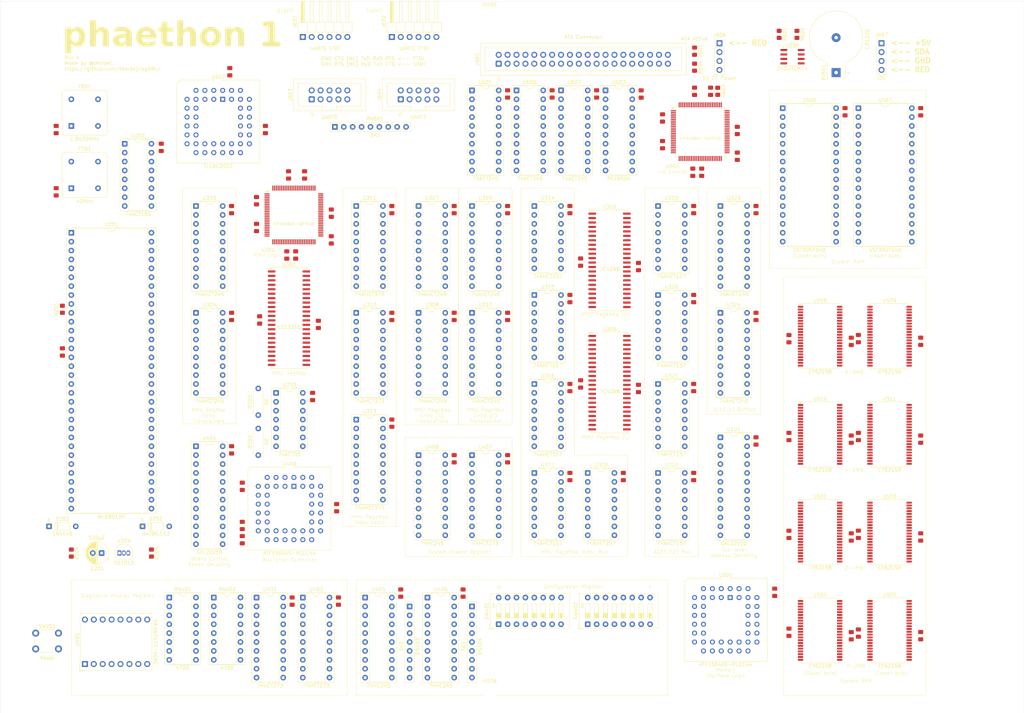
<source format=kicad_pcb>
(kicad_pcb (version 20241229) (generator "pcbnew") (generator_version "9.0")
  (layers (0 "F.Cu" signal) (2 "B.Cu" signal) (13 "F.Paste" user) (15 "B.Paste" user) (5 "F.SilkS" user "F.Silkscreen") (7 "B.SilkS" user "B.Silkscreen") (1 "F.Mask" user) (3 "B.Mask" user) (25 "Edge.Cuts" user))
  (net 0 "")
  (net 1 "/MMU/~{SMSEL}")
  (net 2 "GND")
  (net 3 "/MMU/CTX0")
  (net 6 "/MMU/CTX3")
  (net 9 "/MMU/CTX1")
  (net 14 "/MMU/~{SM_LB}")
  (net 15 "/MMU/CTX4")
  (net 18 "+5V")
  (net 25 "/MMU/~{SM_WE}")
  (net 26 "/MMU/CTX5")
  (net 29 "/MMU/~{SM_UB}")
  (net 35 "/MMU/CTX2")
  (net 36 "/MMU/SME_V")
  (net 38 "/MMU/PMEG3")
  (net 39 "/MMU/PMEG6")
  (net 40 "/MMU/PMEG9")
  (net 41 "/MMU/PMEG0")
  (net 42 "/MMU/PMEG14")
  (net 43 "/MMU/PMEG5")
  (net 46 "/MMU/PMEG12")
  (net 47 "/MMU/PMEG4")
  (net 48 "/MMU/PMEG8")
  (net 49 "/MMU/PMEG10")
  (net 50 "/MMU/PMEG7")
  (net 51 "/MMU/PMEG13")
  (net 52 "/MMU/PMEG1")
  (net 55 "/MMU/PMEG2")
  (net 56 "/MMU/PMEG11")
  (net 66 "R{slash}~{W}")
  (net 67 "~{DTACK}")
  (net 68 "~{CPU_LDS}")
  (net 69 "FC1")
  (net 70 "D12")
  (net 71 "A6")
  (net 72 "D11")
  (net 73 "D6")
  (net 74 "D7")
  (net 75 "A10")
  (net 76 "D14")
  (net 77 "A3")
  (net 78 "A8")
  (net 79 "D15")
  (net 80 "FC0")
  (net 81 "A11")
  (net 82 "D8")
  (net 83 "A5")
  (net 84 "D0")
  (net 85 "D3")
  (net 86 "~{CPU_AS}")
  (net 87 "D4")
  (net 88 "~{CPU_UDS}")
  (net 89 "CLK10")
  (net 90 "A7")
  (net 91 "D10")
  (net 92 "D1")
  (net 93 "D13")
  (net 94 "A4")
  (net 95 "A2")
  (net 96 "D2")
  (net 97 "D5")
  (net 98 "A1")
  (net 99 "A9")
  (net 100 "FC2")
  (net 101 "D9")
  (net 102 "VA12")
  (net 103 "VA23")
  (net 104 "VA19")
  (net 105 "VA22")
  (net 106 "VA17")
  (net 107 "VA14")
  (net 108 "VA20")
  (net 109 "VA13")
  (net 110 "VA18")
  (net 111 "VA21")
  (net 112 "VA15")
  (net 113 "VA16")
  (net 114 "/MMU/PME_MOD")
  (net 115 "/MMU/~{PMUSEL}")
  (net 116 "/MMU/PME_K")
  (net 117 "/MMU/~{PMLSEL}")
  (net 118 "/MMU/~{PML_UB}")
  (net 119 "/MMU/~{PMU_UB}")
  (net 120 "/MMU/PME_V")
  (net 121 "/MMU/PME_r27")
  (net 122 "/MMU/PME_r28")
  (net 123 "/MMU/PME_r26")
  (net 124 "/MMU/PME_W")
  (net 125 "/MMU/~{PMU_LB}")
  (net 126 "/MMU/PME_REF")
  (net 127 "/MMU/~{PM_LE}")
  (net 128 "/MMU/~{PML_WE}")
  (net 129 "/MMU/~{PMU_WE}")
  (net 130 "/MMU/PMACC")
  (net 131 "/MMU/~{PML_LB}")
  (net 132 "/MMU/PME_s0")
  (net 133 "/MMU/PME_r16")
  (net 134 "/MMU/PMIDX1")
  (net 135 "/MMU/PMIDX6")
  (net 136 "/MMU/PMIDX12")
  (net 137 "/MMU/PME_s2")
  (net 138 "/MMU/PMIDX3")
  (net 139 "/MMU/PMIDX11")
  (net 140 "/MMU/PMIDX13")
  (net 141 "/MMU/PMIDX17")
  (net 142 "/MMU/PMIDX16")
  (net 143 "/MMU/PME_s3")
  (net 144 "/MMU/PME_s1")
  (net 145 "/MMU/PMIDX7")
  (net 146 "/MMU/PMIDX4")
  (net 147 "/MMU/PMIDX2")
  (net 149 "/MMU/PMIDX0")
  (net 150 "/MMU/PME_r17")
  (net 151 "/MMU/PMIDX8")
  (net 152 "/MMU/PMIDX15")
  (net 153 "/MMU/PMIDX9")
  (net 154 "/MMU/PMIDX14")
  (net 155 "/MMU/PME_r18")
  (net 156 "/MMU/PME_r19")
  (net 157 "/MMU/PMIDX10")
  (net 158 "/MMU/PMIDX5")
  (net 159 "/MMU/PME_PFN13")
  (net 160 "/MMU/PME_PFN2")
  (net 161 "/MMU/PME_PFN14")
  (net 163 "/MMU/PME_PFN9")
  (net 164 "/MMU/PME_PFN0")
  (net 165 "/MMU/PME_PFN6")
  (net 166 "/MMU/PME_PFN5")
  (net 167 "/MMU/PME_PFN3")
  (net 168 "/MMU/PME_PFN7")
  (net 169 "/MMU/PME_PFN8")
  (net 170 "/MMU/PME_PFN1")
  (net 171 "/MMU/PME_PFN10")
  (net 172 "/MMU/PME_PFN11")
  (net 173 "/MMU/PME_PFN15")
  (net 174 "/MMU/PME_PFN4")
  (net 175 "/MMU/PME_PFN12")
  (net 176 "/MMU/L_PMIDX2")
  (net 177 "/MMU/L_PMIDX6")
  (net 178 "/MMU/L_PMIDX7")
  (net 179 "/MMU/L_PMIDX5")
  (net 180 "/MMU/L_PMIDX3")
  (net 181 "/MMU/L_PMIDX0")
  (net 182 "/MMU/L_PMIDX4")
  (net 183 "/MMU/L_PMIDX1")
  (net 184 "/MMU/L_PMIDX13")
  (net 185 "/MMU/L_PMIDX14")
  (net 186 "/MMU/L_PMIDX11")
  (net 187 "/MMU/L_PMIDX12")
  (net 188 "/MMU/L_PMIDX9")
  (net 189 "/MMU/L_PMIDX8")
  (net 190 "/MMU/L_PMIDX10")
  (net 191 "/MMU/L_PMIDX15")
  (net 196 "/MMU/L_PMIDX17")
  (net 198 "/MMU/L_PMIDX16")
  (net 202 "VA6")
  (net 203 "VA10")
  (net 204 "VA3")
  (net 205 "VA8")
  (net 206 "VA11")
  (net 207 "VA5")
  (net 208 "VA7")
  (net 209 "VA4")
  (net 210 "VA2")
  (net 211 "VA1")
  (net 212 "VA9")
  (net 213 "A13")
  (net 214 "A12")
  (net 215 "A14")
  (net 216 "A15")
  (net 217 "/MMU/MMU_ADDR")
  (net 218 "A16")
  (net 219 "A19")
  (net 220 "A17")
  (net 221 "A18")
  (net 222 "A20")
  (net 224 "A22")
  (net 225 "A23")
  (net 226 "A21")
  (net 228 "A26")
  (net 229 "A24")
  (net 230 "A27")
  (net 231 "A25")
  (net 237 "MMU_DTACK")
  (net 239 "~{EXPSEL}")
  (net 240 "MMU_EN")
  (net 242 "CLK20")
  (net 243 "~{RESET}")
  (net 244 "Net-(U202-CP)")
  (net 248 "Net-(RN401-R5.1)")
  (net 249 "Net-(RN401-R1.2)")
  (net 250 "Net-(RN401-R4.1)")
  (net 251 "Net-(RN401-R1.1)")
  (net 252 "Net-(RN401-R6.2)")
  (net 253 "Net-(RN401-R6.1)")
  (net 254 "Net-(RN401-R2.2)")
  (net 255 "Net-(RN401-R7.2)")
  (net 256 "Net-(RN401-R5.2)")
  (net 257 "Net-(RN401-R3.2)")
  (net 258 "Net-(RN401-R4.2)")
  (net 259 "Net-(RN401-R2.1)")
  (net 260 "Net-(RN401-R3.1)")
  (net 261 "Net-(RN401-R7.1)")
  (net 262 "Net-(RN402-R3.1)")
  (net 263 "Net-(RN402-R2.2)")
  (net 264 "Net-(RN402-R7.2)")
  (net 265 "Net-(RN402-R3.2)")
  (net 266 "Net-(RN402-R6.1)")
  (net 267 "Net-(RN402-R5.2)")
  (net 268 "Net-(RN402-R2.1)")
  (net 269 "Net-(RN402-R1.1)")
  (net 270 "Net-(RN402-R6.2)")
  (net 271 "Net-(RN402-R1.2)")
  (net 272 "Net-(RN402-R5.1)")
  (net 273 "Net-(RN402-R7.1)")
  (net 274 "Net-(RN402-R4.2)")
  (net 275 "Net-(RN402-R4.1)")
  (net 276 "/Control Space/~{DDUSEL}")
  (net 277 "/Control Space/~{DDLSEL}")
  (net 279 "/Control Space/~{CSUSEL}")
  (net 280 "/Control Space/~{BERSEL}")
  (net 281 "/Control Space/~{CSLSEL}")
  (net 282 "Net-(RN403-R4)")
  (net 283 "Net-(RN403-R5)")
  (net 284 "Net-(RN403-R8)")
  (net 285 "Net-(RN403-R6)")
  (net 286 "Net-(RN403-R7)")
  (net 287 "Net-(RN403-R1)")
  (net 288 "Net-(RN403-R2)")
  (net 289 "Net-(RN403-R3)")
  (net 290 "Net-(RN404-R5)")
  (net 291 "Net-(RN404-R2)")
  (net 292 "Net-(RN404-R4)")
  (net 293 "Net-(RN404-R3)")
  (net 294 "Net-(RN404-R6)")
  (net 295 "Net-(RN404-R1)")
  (net 296 "Net-(RN404-R8)")
  (net 297 "Net-(RN404-R7)")
  (net 298 "/Control Space/~{ERRD}")
  (net 299 "/Control Space/~{ERWR}")
  (net 300 "~{CPU_BERR}")
  (net 319 "MMUERR2")
  (net 321 "MMUERR0")
  (net 322 "MMUERR1")
  (net 323 "Net-(U407-Q3)")
  (net 324 "Net-(U407-Q5)")
  (net 325 "Net-(U407-Q2)")
  (net 326 "Net-(U407-Q7)")
  (net 327 "Net-(U407-Q4)")
  (net 328 "Net-(U407-Q1)")
  (net 329 "Net-(U407-Q6)")
  (net 330 "BERR_DTACK")
  (net 332 "~{RAMSEL}")
  (net 334 "~{IOSEL}")
  (net 335 "~{ROMSEL}")
  (net 337 "~{AS}")
  (net 344 "~{LDS}")
  (net 345 "~{UDS}")
  (net 346 "/On-board memory/~{ROMUR}")
  (net 347 "/On-board memory/~{ROMLR}")
  (net 348 "/On-board memory/~{ROMLW}")
  (net 349 "OBMEM_DTACK")
  (net 350 "/On-board memory/~{ROMUW}")
  (net 368 "IOCTL_DTACK")
  (net 369 "CTLSP_DTACK")
  (net 371 "Net-(R202-Pad2)")
  (net 372 "Net-(R203-Pad2)")
  (net 373 "Net-(D202-A)")
  (net 374 "~{HALT}")
  (net 392 "Net-(RN401-R8.2)")
  (net 394 "Net-(RN402-R8.2)")
  (net 479 "/On-board IO/UARTB_TXD")
  (net 480 "/On-board IO/IO_RST")
  (net 481 "/On-board IO/UARTA_RXD")
  (net 482 "/On-board IO/~{UARTB_DSR}")
  (net 483 "/On-board IO/~{UARTA_RTS}")
  (net 484 "/On-board IO/UARTB_INT")
  (net 486 "/On-board IO/~{DUARTSEL}")
  (net 487 "/On-board IO/~{UARTA_DSR}")
  (net 488 "/On-board IO/~{IO_WR}")
  (net 489 "/On-board IO/~{UARTA_DTR}")
  (net 490 "/On-board IO/~{UARTA_RI}")
  (net 491 "Net-(U602-XIN)")
  (net 492 "/On-board IO/~{UARTA_CTS}")
  (net 493 "/On-board IO/~{IO_RD}")
  (net 494 "/On-board IO/~{UARTB_CD}")
  (net 496 "/On-board IO/~{UARTB_DTR}")
  (net 497 "/On-board IO/UARTA_TXD")
  (net 498 "/On-board IO/~{UARTB_RI}")
  (net 499 "/On-board IO/~{UARTA_CD}")
  (net 500 "/On-board IO/UARTA_INT")
  (net 501 "/On-board IO/UARTB_RXD")
  (net 502 "/On-board IO/~{UARTB_CTS}")
  (net 503 "/On-board IO/~{UARTB_RTS}")
  (net 507 "/On-board IO/ATA_D2")
  (net 508 "/On-board IO/ATA_D5")
  (net 509 "/On-board IO/ATA_D1")
  (net 510 "/On-board IO/ATA_D3")
  (net 512 "/On-board IO/ATA_D4")
  (net 513 "/On-board IO/ATA_D0")
  (net 514 "/On-board IO/ATA_D7")
  (net 515 "/On-board IO/ATA_D6")
  (net 516 "/On-board IO/~{ATABEN}")
  (net 517 "/On-board IO/ATA_D8")
  (net 518 "/On-board IO/ATA_D15")
  (net 519 "/On-board IO/ATA_D11")
  (net 521 "/On-board IO/ATA_D10")
  (net 522 "/On-board IO/ATA_D14")
  (net 527 "Net-(BT601-+)")
  (net 528 "/On-board IO/SDA")
  (net 529 "/On-board IO/SCL")
  (net 530 "/On-board IO/~{I2CSEL}")
  (net 531 "~{IRQ3}")
  (net 532 "/On-board IO/ATA_D9")
  (net 533 "/On-board IO/ATA_D13")
  (net 534 "/On-board IO/ATA_D12")
  (net 551 "Net-(D601-A)")
  (net 552 "Net-(D601-K)")
  (net 553 "/On-board IO/~{ATA_RST}")
  (net 554 "/On-board IO/~{ATA_IORD}")
  (net 555 "/On-board IO/~{ATA_IOWR}")
  (net 556 "/On-board IO/~{ATA_IO16}")
  (net 558 "/On-board IO/~{ATA_CS3FX}")
  (net 559 "/On-board IO/ATA_RDY")
  (net 561 "/On-board IO/~{ATA_CS1FX}")
  (net 562 "/On-board IO/ATA_INT")
  (net 564 "/On-board IO/ATA_A0")
  (net 565 "/On-board IO/ATA_A1")
  (net 569 "/On-board IO/ATA_A2")
  (net 607 "/On-board memory/~{RAM0UW}")
  (net 608 "/On-board memory/~{RAM0UR}")
  (net 609 "/On-board memory/~{RAM0LR}")
  (net 610 "/On-board memory/~{RAM0LW}")
  (net 611 "/On-board memory/~{RAM2UR}")
  (net 612 "/On-board memory/~{RAM2UW}")
  (net 613 "/On-board memory/~{RAM2LR}")
  (net 614 "/On-board memory/~{RAM2LW}")
  (net 621 "/On-board memory/~{RAM4UW}")
  (net 622 "/On-board memory/~{RAM4UR}")
  (net 630 "/On-board memory/~{RAM4LR}")
  (net 631 "/On-board memory/~{RAM4LW}")
  (net 636 "/On-board memory/~{RAM6UW}")
  (net 641 "/On-board memory/~{RAM6UR}")
  (net 647 "/On-board memory/~{RAM6LR}")
  (net 651 "/On-board memory/~{RAM6LW}")
  (footprint "Resistor_THT:R_Array_SIP9" (layer "F.Cu") (at 161.544 63.754)
    (property "Reference" "RN601")
    (property "Value" "3K3")
  )
  (footprint "Capacitor_SMD:C_0805_2012Metric_Pad1.18x1.45mm_HandSolder" (layer "F.Cu") (at 255.016 61.214 -90)
    (property "Reference" "C412" (hide yes))
    (property "Value" "100nF" (hide yes))
  )
  (footprint "Capacitor_SMD:C_0805_2012Metric_Pad1.18x1.45mm_HandSolder" (layer "F.Cu") (at 310.896 152.146 -90)
    (property "Reference" "C518" (hide yes))
    (property "Value" "100nF" (hide yes))
  )
  (footprint "Capacitor_SMD:C_0805_2012Metric_Pad1.18x1.45mm_HandSolder" (layer "F.Cu") (at 328.676 152.908 -90)
    (property "Reference" "C519" (hide yes))
    (property "Value" "100nF" (hide yes))
  )
  (footprint "Button_Switch_THT:SW_DIP_SPSTx08_Slide_9.78x22.5mm_W7.62mm_P2.54mm" (layer "F.Cu") (at 233.68 205.74 90)
    (property "Reference" "SW402")
    (property "Value" "SW_DIP_x08")
  )
  (footprint "Capacitor_SMD:C_0805_2012Metric_Pad1.18x1.45mm_HandSolder" (layer "F.Cu") (at 276.352 64.77 -90)
    (property "Reference" "C417" (hide yes))
    (property "Value" "100nF" (hide yes))
  )
  (footprint "MountingHole:MountingHole_3.2mm_M3" (layer "F.Cu") (at 205.74 226.06)
    (property "Reference" "H106")
    (property "Value" "MountingHole")
  )
  (footprint "Connector_PinHeader_2.54mm:PinHeader_1x04_P2.54mm_Vertical" (layer "F.Cu") (at 317.5 39.878)
    (property "Reference" "J607")
    (property "Value" "I2C")
  )
  (footprint "Capacitor_SMD:C_0805_2012Metric_Pad1.18x1.45mm_HandSolder" (layer "F.Cu") (at 150.368 100.33 -90)
    (property "Reference" "C332" (hide yes))
    (property "Value" "220nF" (hide yes))
  )
  (footprint "Capacitor_SMD:C_0805_2012Metric_Pad1.18x1.45mm_HandSolder" (layer "F.Cu") (at 310.896 208.262 -90)
    (property "Reference" "C510" (hide yes))
    (property "Value" "100nF" (hide yes))
  )
  (footprint "Capacitor_SMD:C_0805_2012Metric_Pad1.18x1.45mm_HandSolder" (layer "F.Cu") (at 149.352 199.136 -90)
    (property "Reference" "C402" (hide yes))
    (property "Value" "100nF" (hide yes))
  )
  (footprint "Capacitor_SMD:C_0805_2012Metric_Pad1.18x1.45mm_HandSolder" (layer "F.Cu") (at 243.84 163.576 -90)
    (property "Reference" "C314" (hide yes))
    (property "Value" "100nF" (hide yes))
  )
  (footprint "Package_DIP:DIP-20_W7.62mm_Socket" (layer "F.Cu") (at 200.66 116.84)
    (property "Reference" "U310")
    (property "Value" "74AHCT245")
  )
  (footprint "Capacitor_SMD:C_0805_2012Metric_Pad1.18x1.45mm_HandSolder" (layer "F.Cu") (at 148.336 77.47 -90)
    (property "Reference" "C331" (hide yes))
    (property "Value" "220nF" (hide yes))
  )
  (footprint "Capacitor_SMD:C_0805_2012Metric_Pad1.18x1.45mm_HandSolder" (layer "F.Cu") (at 281.686 87.376 -90)
    (property "Reference" "C319" (hide yes))
    (property "Value" "100nF" (hide yes))
  )
  (footprint "Capacitor_SMD:C_0805_2012Metric_Pad1.18x1.45mm_HandSolder" (layer "F.Cu") (at 291.084 124.2275 -90)
    (property "Reference" "C512" (hide yes))
    (property "Value" "100nF" (hide yes))
  )
  (footprint "Package_DIP:DIP-20_W7.62mm_Socket" (layer "F.Cu") (at 200.66 157.48)
    (property "Reference" "U407")
    (property "Value" "74HCT273")
  )
  (footprint "Capacitor_THT:CP_Radial_D6.3mm_P2.50mm" (layer "F.Cu") (at 94.996 185.42 180)
    (property "Reference" "C201")
    (property "Value" "100µF")
  )
  (footprint "Capacitor_SMD:C_0805_2012Metric_Pad1.18x1.45mm_HandSolder" (layer "F.Cu") (at 177.8 117.856 -90)
    (property "Reference" "C304" (hide yes))
    (property "Value" "100nF" (hide yes))
  )
  (footprint "Package_LCC:PLCC-44_THT-Socket" (layer "F.Cu") (at 149.86 166.37)
    (property "Reference" "U409")
    (property "Value" "ATF1504AS-PLCC44")
  )
  (footprint "Connector_PinHeader_2.54mm:PinHeader_1x06_P2.54mm_Horizontal" (layer "F.Cu") (at 177.8 38.1 90)
    (property "Reference" "J602")
    (property "Value" "UART1 FTDI")
  )
  (footprint "Resistor_SMD:R_0805_2012Metric_Pad1.20x1.40mm_HandSolder" (layer "F.Cu") (at 86.36 185.42 -90)
    (property "Reference" "R204")
    (property "Value" "3K3")
  )
  (footprint "Capacitor_SMD:C_0805_2012Metric_Pad1.18x1.45mm_HandSolder" (layer "F.Cu") (at 210.82 117.856 -90)
    (property "Reference" "C309" (hide yes))
    (property "Value" "100nF" (hide yes))
  )
  (footprint "Capacitor_SMD:C_0805_2012Metric_Pad1.18x1.45mm_HandSolder" (layer "F.Cu") (at 291.084 180.086 -90)
    (property "Reference" "C504" (hide yes))
    (property "Value" "100nF" (hide yes))
  )
  (footprint "Capacitor_SMD:C_0805_2012Metric_Pad1.18x1.45mm_HandSolder" (layer "F.Cu") (at 83.82 128.016 -90)
    (property "Reference" "C202" (hide yes))
    (property "Value" "100nF" (hide yes))
  )
  (footprint "Capacitor_SMD:C_0805_2012Metric_Pad1.18x1.45mm_HandSolder" (layer "F.Cu") (at 263.906 138.176 -90)
    (property "Reference" "C317" (hide yes))
    (property "Value" "100nF" (hide yes))
  )
  (footprint "Package_DIP:DIP-20_W7.62mm_Socket" (layer "F.Cu") (at 185.42 86.36)
    (property "Reference" "U307")
    (property "Value" "74AHCT245")
  )
  (footprint "Capacitor_SMD:C_0805_2012Metric_Pad1.18x1.45mm_HandSolder" (layer "F.Cu") (at 147.828 100.33 -90)
    (property "Reference" "C327" (hide yes))
    (property "Value" "220nF" (hide yes))
  )
  (footprint "Resistor_SMD:R_0805_2012Metric_Pad1.20x1.40mm_HandSolder" (layer "F.Cu") (at 264.16 46.72 -90)
    (property "Reference" "R604")
    (property "Value" "470R")
  )
  (footprint "Package_DIP:DIP-20_W7.62mm_Socket" (layer "F.Cu") (at 200.66 86.36)
    (property "Reference" "U309")
    (property "Value" "74AHCT245")
  )
  (footprint "Connector_PinHeader_2.54mm:PinHeader_1x04_P2.54mm_Vertical" (layer "F.Cu") (at 271.272 39.878)
    (property "Reference" "J606")
    (property "Value" "5V CF Power")
  )
  (footprint "Diode_THT:D_DO-35_SOD27_P7.62mm_Horizontal" (layer "F.Cu") (at 106.68 177.8)
    (property "Reference" "D201")
    (property "Value" "BAT86,113")
  )
  (footprint "Capacitor_SMD:C_0805_2012Metric_Pad1.18x1.45mm_HandSolder" (layer "F.Cu") (at 263.906 163.576 -90)
    (property "Reference" "C318" (hide yes))
    (property "Value" "100nF" (hide yes))
  )
  (footprint "Capacitor_SMD:C_0805_2012Metric_Pad1.18x1.45mm_HandSolder" (layer "F.Cu") (at 162.052 172.466 -90)
    (property "Reference" "C409" (hide yes))
    (property "Value" "220nF" (hide yes))
  )
  (footprint "Capacitor_SMD:C_0805_2012Metric_Pad1.18x1.45mm_HandSolder" (layer "F.Cu") (at 276.352 72.136 -90)
    (property "Reference" "C416" (hide yes))
    (property "Value" "100nF" (hide yes))
  )
  (footprint "Capacitor_SMD:C_0805_2012Metric_Pad1.18x1.45mm_HandSolder" (layer "F.Cu") (at 307.086 59.436 -90)
    (property "Reference" "C502" (hide yes))
    (property "Value" "100nF" (hide yes))
  )
  (footprint "Package_DIP:DIP-20_W7.62mm_Socket" (layer "F.Cu") (at 170.18 198.12)
    (property "Reference" "U405")
    (property "Value" "74HC245")
  )
  (footprint "Capacitor_SMD:C_0805_2012Metric_Pad1.18x1.45mm_HandSolder" (layer "F.Cu") (at 177.8 148.336 -90)
    (property "Reference" "C305" (hide yes))
    (property "Value" "100nF" (hide yes))
  )
  (footprint "Capacitor_SMD:C_0805_2012Metric_Pad1.18x1.45mm_HandSolder" (layer "F.Cu") (at 281.686 153.416 -90)
    (property "Reference" "C101" (hide yes))
    (property "Value" "100nF" (hide yes))
  )
  (footprint "Package_DIP:DIP-20_W7.62mm_Socket" (layer "F.Cu") (at 213.36 53.34)
    (property "Reference" "U606")
    (property "Value" "74ACT245")
  )
  (footprint "MountingHole:MountingHole_3.2mm_M3" (layer "F.Cu") (at 353.06 33.02)
    (property "Reference" "H103" (hide yes))
    (property "Value" "MountingHole" (hide yes))
  )
  (footprint "Capacitor_SMD:C_0805_2012Metric_Pad1.18x1.45mm_HandSolder" (layer "F.Cu") (at 236.22 54.356 -90)
    (property "Reference" "C606" (hide yes))
    (property "Value" "100nF" (hide yes))
  )
  (footprint "Package_QFP:TQFP-100_14x14mm_P0.5mm" (layer "F.Cu") (at 265.78 65.12)
    (property "Reference" "U601")
    (property "Value" "ATF1508AS-TQFP100")
  )
  (footprint "Capacitor_SMD:C_0805_2012Metric_Pad1.18x1.45mm_HandSolder" (layer "F.Cu") (at 177.8 87.376 -90)
    (property "Reference" "C303" (hide yes))
    (property "Value" "100nF" (hide yes))
  )
  (footprint "Capacitor_SMD:C_0805_2012Metric_Pad1.18x1.45mm_HandSolder" (layer "F.Cu") (at 308.864 209.024 -90)
    (property "Reference" "C509" (hide yes))
    (property "Value" "100nF" (hide yes))
  )
  (footprint "Package_SO:SOJ-44_10.16x28.575mm_P1.27mm" (layer "F.Cu") (at 239.9012 136.779)
    (property "Reference" "U306")
    (property "Value" "7C4098")
  )
  (footprint "Package_DIP:DIP-64_W22.86mm_Socket" (layer "F.Cu") (at 86.36 93.98)
    (property "Reference" "U201")
    (property "Value" "MC68010P")
  )
  (footprint "Resistor_THT:R_Axial_DIN0207_L6.3mm_D2.5mm_P7.62mm_Horizontal" (layer "F.Cu") (at 139.7 157.48 90)
    (property "Reference" "R202")
    (property "Value" "0R")
  )
  (footprint "Capacitor_SMD:C_0805_2012Metric_Pad1.18x1.45mm_HandSolder" (layer "F.Cu") (at 160.528 88.392 -90)
    (property "Reference" "C329" (hide yes))
    (property "Value" "220nF" (hide yes))
  )
  (footprint "Capacitor_SMD:C_0805_2012Metric_Pad1.18x1.45mm_HandSolder" (layer "F.Cu") (at 308.864 124.9895 -90)
    (property "Reference" "C513" (hide yes))
    (property "Value" "100nF" (hide yes))
  )
  (footprint "Capacitor_SMD:C_0805_2012Metric_Pad1.18x1.45mm_HandSolder" (layer "F.Cu") (at 210.82 54.356 -90)
    (property "Reference" "C604" (hide yes))
    (property "Value" "100nF" (hide yes))
  )
  (footprint "Package_DIP:DIP-24_W7.62mm_Socket" (layer "F.Cu") (at 121.92 154.94)
    (property "Reference" "U404")
    (property "Value" "GAL22V10")
  )
  (footprint "Capacitor_SMD:C_0805_2012Metric_Pad1.18x1.45mm_HandSolder" (layer "F.Cu") (at 268.732 53.594 -90)
    (property "Reference" "C418" (hide yes))
    (property "Value" "100nF" (hide yes))
  )
  (footprint "Capacitor_SMD:C_0805_2012Metric_Pad1.18x1.45mm_HandSolder" (layer "F.Cu") (at 228.6 138.176 -90)
    (property "Reference" "C312" (hide yes))
    (property "Value" "100nF" (hide yes))
  )
  (footprint "Package_DIP:DIP-16_W7.62mm_Socket" (layer "F.Cu") (at 218.44 111.76)
    (property "Reference" "U315")
    (property "Value" "74AHCT157")
  )
  (footprint "Capacitor_SMD:C_0805_2012Metric_Pad1.18x1.45mm_HandSolder" (layer "F.Cu") (at 152.908 77.47 -90)
    (property "Reference" "C330" (hide yes))
    (property "Value" "220nF" (hide yes))
  )
  (footprint "Resistor_SMD:R_0805_2012Metric_Pad1.20x1.40mm_HandSolder" (layer "F.Cu") (at 109.22 185.42 -90)
    (property "Reference" "R205")
    (property "Value" "3K3")
  )
  (footprint "Capacitor_SMD:C_0805_2012Metric_Pad1.18x1.45mm_HandSolder" (layer "F.Cu") (at 112.014 69.596 -90)
    (property "Reference" "C203" (hide yes))
    (property "Value" "100nF" (hide yes))
  )
  (footprint "Capacitor_SMD:C_0805_2012Metric_Pad1.18x1.45mm_HandSolder" (layer "F.Cu") (at 180.34 196.85 -90)
    (property "Reference" "C404" (hide yes))
    (property "Value" "100nF" (hide yes))
  )
  (footprint "Package_DIP:DIP-16_W7.62mm_Socket" (layer "F.Cu") (at 253.746 137.16)
    (property "Reference" "U321")
    (property "Value" "74AHCT157")
  )
  (footprint "Package_DIP:DIP-20_W7.62mm_Socket" (layer "F.Cu") (at 271.526 86.36)
    (property "Reference" "U323")
    (property "Value" "74AHCT245")
  )
  (footprint "Package_DIP:DIP-20_W7.62mm_Socket" (layer "F.Cu") (at 200.66 53.34)
    (property "Reference" "U605")
    (property "Value" "74ACT245")
  )
  (footprint "Battery:BatteryHolder_Keystone_500" (layer "F.Cu") (at 304.546 48.26 90)
    (property "Reference" "BT601")
    (property "Value" "CR1220")
  )
  (footprint "Capacitor_SMD:C_0805_2012Metric_Pad1.18x1.45mm_HandSolder" (layer "F.Cu") (at 195.58 87.376 -90)
    (property "Reference" "C306" (hide yes))
    (property "Value" "100nF" (hide yes))
  )
  (footprint "Package_DIP:DIP-20_W7.62mm_Socket" (layer "F.Cu") (at 121.92 86.36)
    (property "Reference" "U303")
    (property "Value" "74AHCT245")
  )
  (footprint "Package_DIP:DIP-16_W7.62mm_Socket" (layer "F.Cu") (at 218.44 86.36)
    (property "Reference" "U314")
    (property "Value" "74AHCT157")
  )
  (footprint "Package_DIP:DIP-20_W7.62mm_Socket" (layer "F.Cu") (at 185.42 116.84)
    (property "Reference" "U308")
    (property "Value" "74AHCT245")
  )
  (footprint "Package_TO_SOT_THT:TO-92_Inline" (layer "F.Cu") (at 100.076 185.42)
    (property "Reference" "U204")
    (property "Value" "DS1813")
  )
  (footprint "Package_LCC:PLCC-44_THT-Socket" (layer "F.Cu") (at 129.54 55.88)
    (property "Reference" "U602")
    (property "Value" "TL16C2552")
  )
  (footprint "Package_LCC:PLCC-44_THT-Socket" (layer "F.Cu") (at 274.32 198.12)
    (property "Reference" "U501")
    (property "Value" "ATF1504AS-PLCC44")
  )
  (footprint "Connector_IDC:IDC-Header_2x20_P2.54mm_Vertical" (layer "F.Cu") (at 208.28 45.72 90)
    (property "Reference" "J605")
    (property "Value" "ATA Connector")
  )
  (footprint "Package_DIP:DIP-20_W7.62mm_Socket" (layer "F.Cu") (at 271.526 116.84)
    (property "Reference" "U324")
    (property "Value" "74AHCT245")
  )
  (footprint "Capacitor_SMD:C_0805_2012Metric_Pad1.18x1.45mm_HandSolder" (layer "F.Cu") (at 231.648 137.1385 -90)
    (property "Reference" "C323" (hide yes))
    (property "Value" "100nF" (hide yes))
  )
  (footprint "Capacitor_SMD:C_0805_2012Metric_Pad1.18x1.45mm_HandSolder" (layer "F.Cu") (at 132.08 155.956 -90)
    (property "Reference" "C401" (hide yes))
    (property "Value" "100nF" (hide yes))
  )
  (footprint "Package_DIP:DIP-20_W7.62mm_Socket" (layer "F.Cu") (at 238.76 53.34)
    (property "Reference" "U603")
    (property "Value" "PCF8584")
  )
  (footprint "Capacitor_SMD:C_0805_2012Metric_Pad1.18x1.45mm_HandSolder" (layer "F.Cu") (at 308.864 180.83 -90)
    (property "Reference" "C505" (hide yes))
    (property "Value" "100nF" (hide yes))
  )
  (footprint "Package_DIP:DIP-32_W15.24mm_Socket" (layer "F.Cu") (at 310.896 58.42)
    (property "Reference" "U507")
    (property "Value" "SST39SF040")
  )
  (footprint "Package_DIP:DIP-20_W7.62mm_Socket" (layer "F.Cu") (at 152.4 198.12)
    (property "Reference" "U403")
    (property "Value" "74HCT273")
  )
  (footprint "Capacitor_SMD:C_0805_2012Metric_Pad1.18x1.45mm_HandSolder" (layer "F.Cu") (at 310.896 180.068 -90)
    (property "Reference" "C506" (hide yes))
    (property "Value" "100nF" (hide yes))
  )
  (footprint "Capacitor_SMD:C_0805_2012Metric_Pad1.18x1.45mm_HandSolder" (layer "F.Cu") (at 132.08 87.376 -90)
    (property "Reference" "C301" (hide yes))
    (property "Value" "100nF" (hide yes))
  )
  (footprint "Package_DIP:DIP-20_W7.62mm_Socket" (layer "F.Cu") (at 226.06 53.34)
    (property "Reference" "U607")
    (property "Value" "74ACT245")
  )
  (footprint "Capacitor_SMD:C_0805_2012Metric_Pad1.18x1.45mm_HandSolder" (layer "F.Cu") (at 132.08 117.856 -90)
    (property "Reference" "C302" (hide yes))
    (property "Value" "100nF" (hide yes))
  )
  (footprint "Package_DIP:DIP-16_W7.62mm_Socket" (layer "F.Cu") (at 114.3 198.12)
    (property "Reference" "RN401")
    (property "Value" "470R")
  )
  (footprint "Package_SO:TSOP-II-44_10.16x18.41mm_P0.8mm" (layer "F.Cu") (at 299.974 207.5)
    (property "Reference" "U504")
    (property "Value" "CY62158")
  )
  (footprint "Capacitor_SMD:C_0805_2012Metric_Pad1.18x1.45mm_HandSolder" (layer "F.Cu") (at 135.128 166.37 -90)
    (property "Reference" "C411" (hide yes))
    (property "Value" "220nF" (hide yes))
  )
  (footprint "Capacitor_SMD:C_0805_2012Metric_Pad1.18x1.45mm_HandSolder" (layer "F.Cu") (at 263.906 112.776 -90)
    (property "Reference" "C316" (hide yes))
    (property "Value" "100nF" (hide yes))
  )
  (footprint "Capacitor_SMD:C_0805_2012Metric_Pad1.18x1.45mm_HandSolder" (layer "F.Cu") (at 141.732 64.516 -90)
    (property "Reference" "C601" (hide yes))
    (property "Value" "100nF" (hide yes))
  )
  (footprint "Capacitor_SMD:C_0805_2012Metric_Pad1.18x1.45mm_HandSolder" (layer "F.Cu") (at 263.652 76.708 -90)
    (property "Reference" "C414" (hide yes))
    (property "Value" "100nF" (hide yes))
  )
  (footprint "Capacitor_SMD:C_0805_2012Metric_Pad1.18x1.45mm_HandSolder" (layer "F.Cu") (at 281.686 117.856 -90)
    (property "Reference" "C320" (hide yes))
    (property "Value" "100nF" (hide yes))
  )
  (footprint "Package_DIP:DIP-16_W7.62mm_Socket" (layer "F.Cu") (at 127 198.12)
    (property "Reference" "RN402")
    (property "Value" "470R")
  )
  (footprint "Resistor_SMD:R_0805_2012Metric_Pad1.20x1.40mm_HandSolder" (layer "F.Cu") (at 83.82 115.824 -90)
    (property "Reference" "R201")
    (property "Value" "3K3")
  )
  (footprint "Capacitor_SMD:C_0805_2012Metric_Pad1.18x1.45mm_HandSolder" (layer "F.Cu") (at 328.676 209.0025 -90)
    (property "Reference" "C511" (hide yes))
    (property "Value" "100nF" (hide yes))
  )
  (footprint "Display_7Segment:DA04-11SURKWA" (layer "F.Cu") (at 90.2375 217.1025 90)
    (property "Reference" "U401")
    (property "Value" "DA04-11SURKWA")
  )
  (footprint "Package_DIP:DIP-20_W7.62mm_Socket" (layer "F.Cu") (at 167.64 116.84)
    (property "Reference" "U312")
    (property "Value" "74AHCT373")
  )
  (footprint "Capacitor_SMD:C_0805_2012Metric_Pad1.18x1.45mm_HandSolder" (layer "F.Cu") (at 248.158 138.43 -90)
    (property "Reference" "C324" (hide yes))
    (property "Value" "100nF" (hide yes))
  )
  (footprint "Package_SO:TSOP-II-44_10.16x18.41mm_P0.8mm" (layer "F.Cu") (at 299.974 123.506)
    (property "Reference" "U508")
    (property "Value" "CY62158")
  )
  (footprint "Capacitor_SMD:C_0805_2012Metric_Pad1.18x1.45mm_HandSolder" (layer "F.Cu") (at 139.192 92.4775 -90)
    (property "Reference" "C326" (hide yes))
    (property "Value" "220nF" (hide yes))
  )
  (footprint "Capacitor_SMD:C_0805_2012Metric_Pad1.18x1.45mm_HandSolder" (layer "F.Cu") (at 82.042 64.516 -90)
    (property "Reference" "C603" (hide yes))
    (property "Value" "100nF" (hide yes))
  )
  (footprint "Capacitor_SMD:C_0805_2012Metric_Pad1.18x1.45mm_HandSolder" (layer "F.Cu") (at 195.58 158.496 -90)
    (property "Reference" "C406" (hide yes))
    (property "Value" "100nF" (hide yes))
  )
  (footprint "Capacitor_SMD:C_0805_2012Metric_Pad1.18x1.45mm_HandSolder" (layer "F.Cu") (at 135.128 181.61 -90)
    (property "Reference" "C410" (hide yes))
    (property "Value" "220nF" (hide yes))
  )
  (footprint "LED_SMD:LED_0805_2012Metric_Pad1.15x1.40mm_HandSolder" (layer "F.Cu") (at 264.16 42.155 -90)
    (property "Reference" "D601")
    (property "Value" "ATA Active")
  )
  (footprint "Connector_IDC:IDC-Header_2x05_P2.54mm_Vertical" (layer "F.Cu") (at 180.34 55.88 90)
    (property "Reference" "J604")
    (property "Value" "UART1")
  )
  (footprint "Capacitor_SMD:C_0805_2012Metric_Pad1.18x1.45mm_HandSolder" (layer "F.Cu") (at 160.528 96.012 -90)
    (property "Reference" "C328" (hide yes))
    (property "Value" "220nF" (hide yes))
  )
  (footprint "Resistor_SMD:R_0805_2012Metric_Pad1.20x1.40mm_HandSolder" (layer "F.Cu") (at 288.29 37.338 -90)
    (property "Reference" "R601")
    (property "Value" "3K3")
  )
  (footprint "Capacitor_SMD:C_0805_2012Metric_Pad1.18x1.45mm_HandSolder" (layer "F.Cu") (at 231.648 102.362 -90)
    (property "Reference" "C321" (hide yes))
    (property "Value" "100nF" (hide yes))
  )
  (footprint "MountingHole:MountingHole_3.2mm_M3" (layer "F.Cu") (at 205.74 33.02)
    (property "Reference" "H105")
    (property "Value" "MountingHole")
  )
  (footprint "Capacitor_SMD:C_0805_2012Metric_Pad1.18x1.45mm_HandSolder" (layer "F.Cu") (at 255.016 68.834 -90)
    (property "Reference" "C413" (hide yes))
    (property "Value" "100nF" (hide yes))
  )
  (footprint "Package_SO:SOIC-8_3.9x4.9mm_P1.27mm" (layer "F.Cu") (at 292.1 43.72)
    (property "Reference" "U604")
    (property "Value" "DS3231MZ+")
  )
  (footprint "MountingHole:MountingHole_3.2mm_M3" (layer "F.Cu") (at 353.06 226.06)
    (property "Reference" "H104" (hide yes))
    (property "Value" "MountingHole" (hide yes))
  )
  (footprint "Capacitor_SMD:C_0805_2012Metric_Pad1.18x1.45mm_HandSolder" (layer "F.Cu") (at 155.194 140.716 -90)
    (property "Reference" "C205" (hide yes))
    (property "Value" "100nF" (hide yes))
  )
  (footprint "Button_Switch_THT:SW_DIP_SPSTx08_Slide_9.78x22.5mm_W7.62mm_P2.54mm" (layer "F.Cu") (at 208.28 205.74 90)
    (property "Reference" "SW401")
    (property "Value" "SW_DIP_x08")
  )
  (footprint "Resistor_THT:R_Axial_DIN0207_L6.3mm_D2.5mm_P7.62mm_Horizontal" (layer "F.Cu") (at 139.7 146.05 90)
    (property "Reference" "R203")
    (property "Value" "0R")
  )
  (footprint "Package_SO:TSOP-II-44_10.16x18.41mm_P0.8mm" (layer "F.Cu") (at 299.9745 151.542)
    (property "Reference" "U510")
    (property "Value" "CY62158")
  )
  (footprint "Package_DIP:DIP-20_W7.62mm_Socket" (layer "F.Cu") (at 187.96 198.12)
    (property "Reference" "U406")
    (property "Value" "74HC245")
  )
  (footprint "Resistor_THT:R_Array_SIP9" (layer "F.Cu") (at 182.88 200.66 -90)
    (property "Reference" "RN403")
    (property "Value" "3K3")
  )
  (footprint "Package_SO:TSOP-II-44_10.16x18.41mm_P0.8mm" (layer "F.Cu") (at 299.974 179.44)
    (property "Reference" "U502")
    (property "Value" "CY62158")
  )
  (footprint "Capacitor_SMD:C_0805_2012Metric_Pad1.18x1.45mm_HandSolder" (layer "F.Cu") (at 228.6 87.376 -90)
    (property "Reference" "C310" (hide yes))
    (property "Value" "100nF" (hide yes))
  )
  (footprint "Capacitor_SMD:C_0805_2012Metric_Pad1.18x1.45mm_HandSolder" (layer "F.Cu") (at 264.16 53.594 -90)
    (property "Reference" "C419" (hide yes))
    (property "Value" "100nF" (hide yes))
  )
  (footprint "MountingHole:MountingHole_3.2mm_M3" (layer "F.Cu") (at 71.12 226.06)
    (property "Reference" "H102" (hide yes))
    (property "Value" "MountingHole" (hide yes))
  )
  (footprint "Capacitor_SMD:C_0805_2012Metric_Pad1.18x1.45mm_HandSolder" (layer "F.Cu") (at 135.128 177.546 -90)
    (property "Reference" "C408" (hide yes))
    (property "Value" "220nF" (hide yes))
  )
  (footprint "Package_DIP:DIP-20_W7.62mm_Socket" (layer "F.Cu") (at 121.92 116.84)
    (property "Reference" "U304")
    (property "Value" "74AHCT245")
  )
  (footprint "Package_DIP:DIP-20_W7.62mm_Socket" (layer "F.Cu") (at 167.64 86.36)
    (property "Reference" "U311")
    (property "Value" "74AHCT373")
  )
  (footprint "Connector_IDC:IDC-Header_2x05_P2.54mm_Vertical" (layer "F.Cu") (at 154.94 55.88 90)
    (property "Reference" "J603")
    (property "Value" "UART0")
  )
  (footprint "Package_DIP:DIP-20_W7.62mm_Socket" (layer "F.Cu") (at 167.64 147.32)
    (property "Reference" "U313")
    (property "Value" "74AHCT373")
  )
  (footprint "Package_DIP:DIP-16_W7.62mm_Socket" (layer "F.Cu") (at 253.746 111.76)
    (property "Reference" "U320")
    (property "Value" "74AHCT157")
  )
  (footprint "Capacitor_SMD:C_0805_2012Metric_Pad1.18x1.45mm_HandSolder" (layer "F.Cu") (at 228.6 112.776 -90)
    (property "Reference" "C311" (hide yes))
    (property "Value" "100nF" (hide yes))
  )
  (footprint "Oscillator:Oscillator_DIP-8" (layer "F.Cu") (at 86.36 81.28)
    (property "Reference" "Y201")
    (property "Value" "40MHz")
  )
  (footprint "Resistor_SMD:R_0805_2012Metric_Pad1.20x1.40mm_HandSolder" (layer "F.Cu") (at 270.764 53.594 -90)
    (property "Reference" "R603")
    (property "Value" "47K")
  )
  (footprint "Package_SO:TSOP-II-44_10.16x18.41mm_P0.8mm" (layer "F.Cu") (at 319.7865 179.44)
    (property "Reference" "U503")
    (property "Value" "CY62158")
  )
  (footprint "Capacitor_SMD:C_0805_2012Metric_Pad1.18x1.45mm_HandSolder" (layer "F.Cu") (at 210.82 158.496 -90)
    (property "Reference" "C407" (hide yes))
    (property "Value" "100nF" (hide yes))
  )
  (footprint "Capacitor_SMD:C_0805_2012Metric_Pad1.18x1.45mm_HandSolder" (layer "F.Cu") (at 131.572 48.006 -90)
    (property "Reference" "C602" (hide yes))
    (property "Value" "100nF" (hide yes))
  )
  (footprint "Resistor_THT:R_Array_SIP9" (layer "F.Cu") (at 200.66 200.66 -90)
    (property "Reference" "RN404")
    (property "Value" "3K3")
  )
  (footprint "Capacitor_SMD:C_0805_2012Metric_Pad1.18x1.45mm_HandSolder" (layer "F.Cu") (at 195.58 117.856 -90)
    (property "Reference" "C307" (hide yes))
    (property "Value" "100nF" (hide yes))
  )
  (footprint "Package_DIP:DIP-16_W7.62mm_Socket" (layer "F.Cu") (at 253.746 86.36)
    (property "Reference" "U319")
    (property "Value" "74AHCT157")
  )
  (footprint "Oscillator:Oscillator_DIP-8" (layer "F.Cu") (at 86.36 63.5)
    (property "Reference" "Y601")
    (property "Value" "1.8432MHz")
  )
  (footprint "Capacitor_SMD:C_0805_2012Metric_Pad1.18x1.45mm_HandSolder" (layer "F.Cu") (at 198.12 196.85 -90)
    (property "Reference" "C405" (hide yes))
    (property "Value" "100nF" (hide yes))
  )
  (footprint "Capacitor_SMD:C_0805_2012Metric_Pad1.18x1.45mm_HandSolder" (layer "F.Cu") (at 263.906 87.376 -90)
    (property "Reference" "C315" (hide yes))
    (property "Value" "100nF" (hide yes))
  )
  (footprint "Capacitor_SMD:C_0805_2012Metric_Pad1.18x1.45mm_HandSolder" (layer "F.Cu") (at 210.82 87.376 -90)
    (property "Reference" "C308" (hide yes))
    (property "Value" "100nF" (hide yes))
  )
  (footprint "Capacitor_SMD:C_0805_2012Metric_Pad1.18x1.45mm_HandSolder" (layer "F.Cu") (at 291.084 208.026 -90)
    (property "Reference" "C508" (hide yes))
    (property "Value" "100nF" (hide yes))
  )
  (footprint "Package_DIP:DIP-20_W7.62mm_Socket" (layer "F.Cu") (at 185.42 157.48)
    (property "Reference" "U408")
    (property "Value" "74HC245")
  )
  (footprint "Package_QFP:TQFP-100_14x14mm_P0.5mm" (layer "F.Cu") (at 149.86 88.9)
    (property "Reference" "U301")
    (property "Value" "ATF1508AS-TQFP100")
  )
  (footprint "MountingHole:MountingHole_3.2mm_M3" (layer "F.Cu") (at 71.12 33.02)
    (property "Reference" "H101" (hide yes))
    (property "Value" "MountingHole" (hide yes))
  )
  (footprint "Package_DIP:DIP-24_W7.62mm_Socket" (layer "F.Cu") (at 271.526 152.4)
    (property "Reference" "U101")
    (property "Value" "GAL22V10")
  )
  (footprint "Package_SO:TSOP-II-44_10.16x18.41mm_P0.8mm" (layer "F.Cu") (at 319.7865 207.5)
    (property "Reference" "U505")
    (property "Value" "CY62158")
  )
  (footprint "Package_SO:TSOP-II-44_10.16x18.41mm_P0.8mm" (layer "F.Cu") (at 319.787 123.506)
    (property "Reference" "U509")
    (property "Value" "CY62158")
  )
  (footprint "Capacitor_SMD:C_0805_2012Metric_Pad1.18x1.45mm_HandSolder" (layer "F.Cu") (at 223.52 54.356 -90)
    (property "Reference" "C605" (hide yes))
    (property "Value" "100nF" (hide yes))
  )
  (footprint "Capacitor_SMD:C_0805_2012Metric_Pad1.18x1.45mm_HandSolder" (layer "F.Cu") (at 266.192 76.708 -90)
    (property "Reference" "C415" (hide yes))
    (property "Value" "100nF" (hide yes))
  )
  (footprint "Capacitor_SMD:C_0805_2012Metric_Pad1.18x1.45mm_HandSolder" (layer "F.Cu") (at 162.56 199.136 -90)
    (property "Reference" "C403" (hide yes))
    (property "Value" "100nF" (hide yes))
  )
  (footprint "Package_SO:TSOP-II-44_10.16x18.41mm_P0.8mm" (layer "F.Cu") (at 319.786 151.524)
    (property "Reference" "U511")
    (property "Value" "CY62158")
  )
  (footprint "Package_DIP:DIP-14_W7.62mm_Socket" (layer "F.Cu") (at 144.78 139.7)
    (property "Reference" "U203")
    (property "Value" "74ACT05")
  )
  (footprint "Capacitor_SMD:C_0805_2012Metric_Pad1.18x1.45mm_HandSolder" (layer "F.Cu") (at 248.158 103.632 -90)
    (property "Reference" "C322" (hide yes))
    (property "Value" "100nF" (hide yes))
  )
  (footprint "Capacitor_SMD:C_0805_2012Metric_Pad1.18x1.45mm_HandSolder" (layer "F.Cu") (at 328.676 180.83 -90)
    (property "Reference" "C507" (hide yes))
    (property "Value" "100nF" (hide yes))
  )
  (footprint "Capacitor_SMD:C_0805_2012Metric_Pad1.18x1.45mm_HandSolder" (layer "F.Cu") (at 328.676 124.968 -90)
    (property "Reference" "C515" (hide yes))
    (property "Value" "100nF" (hide yes))
  )
  (footprint "Diode_THT:D_DO-35_SOD27_P7.62mm_Horizontal" (layer "F.Cu") (at 80.01 177.8)
    (property "Reference" "D202")
    (property "Value" "1N4148")
  )
  (footprint "Package_SO:SOJ-44_10.16x28.575mm_P1.27mm" (layer "F.Cu") (at 239.9012 101.854)
    (property "Reference" "U305")
    (property "Value" "7C4098")
  )
  (footprint "Package_DIP:DIP-20_W7.62mm_Socket" (layer "F.Cu") (at 139.192 198.12)
    (property "Reference" "U402")
    (property "Value" "74HCT273")
  )
  (footprint "Package_DIP:DIP-32_W15.24mm_Socket" (layer "F.Cu") (at 289.306 58.42)
    (property "Reference" "U506")
    (property "Value" "SST39SF040")
  )
  (footprint "Package_DIP:DIP-16_W7.62mm_Socket" (layer "F.Cu") (at 218.44 162.56)
    (property "Reference" "U317")
    (property "Value" "74AHCT157")
  )
  (footprint "Connector_PinHeader_2.54mm:PinHeader_1x06_P2.54mm_Horizontal" (layer "F.Cu") (at 152.4 38.1 90)
    (property "Reference" "J601")
    (property "Value" "UART0 FTDI")
  )
  (footprint "Capacitor_SMD:C_0805_2012Metric_Pad1.18x1.45mm_HandSolder" (layer "F.Cu") (at 228.6 163.576 -90)
    (property "Reference" "C313" (hide yes))
    (property "Value" "100nF" (hide yes))
  )
  (footprint "Capacitor_SMD:C_0805_2012Metric_Pad1.18x1.45mm_HandSolder" (layer "F.Cu") (at 140.078 118.872 -90)
    (property "Reference" "C333" (hide yes))
    (property "Value" "100nF" (hide yes))
  )
  (footprint "Capacitor_SMD:C_0805_2012Metric_Pad1.18x1.45mm_HandSolder" (layer "F.Cu") (at 310.896 124.206 -90)
    (property "Reference" "C514" (hide yes))
    (property "Value" "100nF" (hide yes))
  )
  (footprint "Capacitor_SMD:C_0805_2012Metric_Pad1.18x1.45mm_HandSolder" (layer "F.Cu") (at 82.042 82.296 -90)
    (property "Reference" "C204" (hide yes))
    (property "Value" "100nF" (hide yes))
  )
  (footprint "Package_DIP:DIP-16_W7.62mm_Socket" (layer "F.Cu") (at 233.68 162.56)
    (property "Reference" "U318")
    (property "Value" "74AHCT157")
  )
  (footprint "Package_SO:SOJ-44_10.16x28.575mm_P1.27mm" (layer "F.Cu") (at 148.46 118.364)
    (property "Reference" "U302")
    (property "Value" "61C3216")
  )
  (footprint "Package_DIP:DIP-16_W7.62mm_Socket" (layer "F.Cu") (at 218.44 137.16)
    (property "Reference" "U316")
    (property "Value" "74AHCT157")
  )
  (footprint "Capacitor_SMD:C_0805_2012Metric_Pad1.18x1.45mm_HandSolder" (layer "F.Cu") (at 308.864 152.908 -90)
    (property "Reference" "C517" (hide yes))
    (property "Value" "100nF" (hide yes))
  )
  (footprint "Capacitor_SMD:C_0805_2012Metric_Pad1.18x1.45mm_HandSolder" (layer "F.Cu") (at 248.92 54.3775 -90)
    (property "Reference" "C607" (hide yes))
    (property "Value" "100nF" (hide yes))
  )
  (footprint "Package_DIP:DIP-16_W7.62mm_Socket" (layer "F.Cu") (at 101.6 68.58)
    (property "Reference" "U202")
    (property "Value" "74ACT163")
  )
  (footprint "Package_DIP:DIP-16_W7.62mm_Socket" (layer "F.Cu") (at 253.746 162.56)
    (property "Reference" "U322")
    (property "Value" "74AHCT157")
  )
  (footprint "Capacitor_SMD:C_0805_2012Metric_Pad1.18x1.45mm_HandSolder" (layer "F.Cu") (at 139.192 84.836 -90)
    (property "Reference" "C325" (hide yes))
    (property "Value" "220nF" (hide yes))
  )
  (footprint "Resistor_SMD:R_0805_2012Metric_Pad1.20x1.40mm_HandSolder" (layer "F.Cu") (at 293.37 37.338 -90)
    (property "Reference" "R602")
    (property "Value" "3K3")
  )
  (footprint "Capacitor_SMD:C_0805_2012Metric_Pad1.18x1.45mm_HandSolder" (layer "F.Cu") (at 287.02 196.6175 -90)
    (property "Reference" "C501" (hide yes))
    (property "Value" "100nF" (hide yes))
  )
  (footprint "Button_Switch_THT:SW_PUSH_6mm" (layer "F.Cu") (at 76.2 208.28)
    (property "Reference" "SW201")
    (property "Value" "Reset")
  )
  (footprint "Capacitor_SMD:C_0805_2012Metric_Pad1.18x1.45mm_HandSolder" (layer "F.Cu") (at 156.842 120.142 -90)
    (property "Reference" "C334" (hide yes))
    (property "Value" "100nF" (hide yes))
  )
  (footprint "Capacitor_SMD:C_0805_2012Metric_Pad1.18x1.45mm_HandSolder" (layer "F.Cu") (at 291.084 152.146 -90)
    (property "Reference" "C516" (hide yes))
    (property "Value" "100nF" (hide yes))
  )
  (footprint "Capacitor_SMD:C_0805_2012Metric_Pad1.18x1.45mm_HandSolder" (layer "F.Cu") (at 328.676 59.436 -90)
    (property "Reference" "C503" (hide yes))
    (property "Value" "100nF" (hide yes))
  )
  (gr_rect (start 249.936 81.28) (end 265.176 186.436) (stroke (width 0.1)) (fill no) (layer "F.SilkS"))
  (gr_line (start 214.63 186.436) (end 214.63 185.42) (stroke (width 0.1)) (layer "F.SilkS"))
  (gr_rect (start 163.83 81.28) (end 179.07 177.8) (stroke (width 0.1)) (fill no) (layer "F.SilkS"))
  (gr_line (start 214.63 186.436) (end 245.11 186.436) (stroke (width 0.1)) (layer "F.SilkS"))
  (gr_rect (start 289.56 106.68) (end 330.2 226.06) (stroke (width 0.1)) (fill no) (layer "F.SilkS"))
  (gr_rect (start 86.36 193.04) (end 165.1 226.06) (stroke (width 0.1)) (fill no) (layer "F.SilkS"))
  (gr_line (start 245.11 185.42) (end 245.11 157.48) (stroke (width 0.1)) (layer "F.SilkS"))
  (gr_line (start 229.87 81.28) (end 214.63 81.28) (stroke (width 0.1)) (layer "F.SilkS"))
  (gr_line (start 229.87 157.48) (end 229.87 81.28) (stroke (width 0.1)) (layer "F.SilkS"))
  (gr_rect (start 118.11 81.28) (end 133.35 148.59) (stroke (width 0.1)) (fill no) (layer "F.SilkS"))
  (gr_line (start 245.11 157.48) (end 229.87 157.48) (stroke (width 0.1)) (layer "F.SilkS"))
  (gr_rect (start 167.64 193.04) (end 256.54 226.06) (stroke (width 0.1)) (fill no) (layer "F.SilkS"))
  (gr_line (start 245.11 186.436) (end 245.11 185.42) (stroke (width 0.1)) (layer "F.SilkS"))
  (gr_rect (start 181.61 152.4) (end 212.09 186.436) (stroke (width 0.1)) (fill no) (layer "F.SilkS"))
  (gr_rect (start 267.716 81.28) (end 282.956 145.796) (stroke (width 0.1)) (fill no) (layer "F.SilkS"))
  (gr_rect (start 196.85 81.28) (end 212.09 148.844) (stroke (width 0.1)) (fill no) (layer "F.SilkS"))
  (gr_rect (start 181.61 81.28) (end 196.85 148.844) (stroke (width 0.1)) (fill no) (layer "F.SilkS"))
  (gr_line (start 214.63 81.28) (end 214.63 185.42) (stroke (width 0.1)) (layer "F.SilkS"))
  (gr_rect (start 285.496 53.34) (end 330.2 104.14) (stroke (width 0.1)) (fill no) (layer "F.SilkS"))
  (gr_rect (start 66.04 27.94) (end 358.14 231.14) (stroke (width 0.05)) (fill no) (layer "Edge.Cuts"))
  (gr_text "MMU PageMap\nEntry (U)\nTransceivers" (at 189.23 148.336 0) (layer "F.SilkS") (effects (font (size 1 1) (thickness 0.1) (italic yes)) (justify bottom)))
  (gr_text "UART1" (at 172.72 29.905 180) (layer "F.SilkS") (effects (font (size 1 1) (thickness 0.1)) (justify bottom)))
  (gr_text "0" (at 251.46 195.58 0) (layer "F.SilkS") (effects (font (size 0.75 0.75) (thickness 0.1)) (justify bottom)))
  (gr_text "4-6MB" (at 309.626 162.306 0) (layer "F.SilkS") (effects (font (size 1 1) (thickness 0.1) (italic yes)) (justify bottom)))
  (gr_text "(Lower byte)" (at 318.516 101.092 0) (layer "F.SilkS") (effects (font (size 1 1) (thickness 0.1) (italic yes)) (justify bottom)))
  (gr_text "Top-level\nAddress Decoding" (at 275.336 186.69 0) (layer "F.SilkS") (effects (font (size 1 1) (thickness 0.1) (italic yes)) (justify bottom)))
  (gr_text "MMU SegMap" (at 148.46 134.62 0) (layer "F.SilkS") (effects (font (size 1 1) (thickness 0.1) (italic yes)) (justify bottom)))
  (gr_text "Configuration Register" (at 220.98 195.58 0) (layer "F.SilkS") (effects (font (size 1 1) (thickness 0.1) (italic yes)) (justify left bottom)))
  (gr_text "System ROM" (at 307.848 102.87 0) (layer "F.SilkS") (effects (font (size 1 1) (thickness 0.1) (italic yes)) (justify bottom)))
  (gr_text "MMU PageMap Index Mux" (at 229.87 185.674 0) (layer "F.SilkS") (effects (font (size 1 1) (thickness 0.1) (italic yes)) (justify bottom)))
  (gr_text "Bus Error Controller" (at 148.59 187.96 0) (layer "F.SilkS") (effects (font (size 1 1) (thickness 0.1) (italic yes)) (justify bottom)))
  (gr_text "6-8MB" (at 309.626 134.366 0) (layer "F.SilkS") (effects (font (size 1 1) (thickness 0.1) (italic yes)) (justify bottom)))
  (gr_text "A[11..1] Buffers" (at 275.59 145.034 0) (layer "F.SilkS") (effects (font (size 1 1) (thickness 0.1) (italic yes)) (justify bottom)))
  (gr_text "System Enable Register" (at 197.104 185.674 0) (layer "F.SilkS") (effects (font (size 1 1) (thickness 0.1) (italic yes)) (justify bottom)))
  (gr_text "<-- GND" (at 320.04 45.72 0) (layer "F.SilkS") (effects (font (size 1.5 1.5) (thickness 0.3) (bold yes)) (justify left bottom)))
  (gr_text "I/O Control" (at 257.81 77.216 0) (layer "F.SilkS") (effects (font (size 1 1) (thickness 0.1) (italic yes)) (justify bottom)))
  (gr_text "MMU SegMap\nEntry\nTransceivers" (at 125.476 148.336 0) (layer "F.SilkS") (effects (font (size 1 1) (thickness 0.1) (italic yes)) (justify bottom)))
  (gr_text "MMU PageMap\nEntry (L)\nTransceivers" (at 204.47 148.336 0) (layer "F.SilkS") (effects (font (size 1 1) (thickness 0.1) (italic yes)) (justify bottom)))
  (gr_text "<-- RED" (at 320.04 48.26 0) (layer "F.SilkS") (effects (font (size 1.5 1.5) (thickness 0.3) (bold yes)) (justify left bottom)))
  (gr_text "UART0" (at 147.32 29.905 180) (layer "F.SilkS") (effects (font (size 1 1) (thickness 0.1)) (justify bottom)))
  (gr_text "15" (at 208.28 195.58 0) (layer "F.SilkS") (effects (font (size 0.75 0.75) (thickness 0.1)) (justify bottom)))
  (gr_text "Rev A\nMade by @thorpej.\nhttps://github.com/thorpej/pg68k/" (at 84.328 47.752 0) (layer "F.SilkS") (effects (font (size 1 1)) (justify left bottom)))
  (gr_text "(Upper byte)" (at 299.974 220.2 0) (layer "F.SilkS") (effects (font (size 1 1) (thickness 0.1) (italic yes)) (justify bottom)))
  (gr_text "<-- RED" (at 273.558 40.64 0) (layer "F.SilkS") (effects (font (size 1.5 1.5) (thickness 0.3) (bold yes)) (justify left bottom)))
  (gr_text "Diagnostic Display Register" (at 88.9 198.12 0) (layer "F.SilkS") (effects (font (size 1 1) (thickness 0.1) (italic yes)) (justify left bottom)))
  (gr_text "MMU PageMap (L)" (at 238.76 152.908 0) (layer "F.SilkS") (effects (font (size 1 1) (thickness 0.1) (italic yes)) (justify bottom)))
  (gr_text "MMU PageMap (U)" (at 238.76 117.856 0) (layer "F.SilkS") (effects (font (size 1 1) (thickness 0.1) (italic yes)) (justify bottom)))
  (gr_text "(Lower byte)" (at 320.294 220.2 0) (layer "F.SilkS") (effects (font (size 1 1) (thickness 0.1) (italic yes)) (justify bottom)))
  (gr_text "GND CTS (NC) TxD RxD RTS <-- FTDI\nGND RTS (NC) RxD TxD CTS <-- UART" (at 157.48 46.415 0) (layer "F.SilkS") (effects (font (size 1 1)) (justify left bottom)))
  (gr_text "<-- SDA" (at 320.04 43.18 0) (layer "F.SilkS") (effects (font (size 1.5 1.5) (thickness 0.3) (bold yes)) (justify left bottom)))
  (gr_text "MMU Logic" (at 142.24 100.838 0) (layer "F.SilkS") (effects (font (size 1 1) (thickness 0.1) (italic yes)) (justify bottom)))
  (gr_text "phaethon 1" (at 83.82 41.91 0) (layer "F.SilkS") (effects (font (size 7 7) (thickness 0.3) (bold yes)) (justify left bottom)))
  (gr_text "2-4MB" (at 309.489 190.246 0) (layer "F.SilkS") (effects (font (size 1 1) (thickness 0.1) (italic yes)) (justify bottom)))
  (gr_text "Board Control\nSpace Decoding" (at 125.73 189.23 0) (layer "F.SilkS") (effects (font (size 1 1) (thickness 0.1) (italic yes)) (justify bottom)))
  (gr_text "<-- +5V" (at 320.04 40.64 0) (layer "F.SilkS") (effects (font (size 1.5 1.5) (thickness 0.3) (bold yes)) (justify left bottom)))
  (gr_text "MMU PageMap\nIndex Latch" (at 171.45 177.292 0) (layer "F.SilkS") (effects (font (size 1 1) (thickness 0.1) (italic yes)) (justify bottom)))
  (gr_text "System RAM" (at 310.134 222.504 0) (layer "F.SilkS") (effects (font (size 1 1) (thickness 0.1) (italic yes)) (justify bottom)))
  (gr_text "(Upper byte)" (at 296.926 101.092 0) (layer "F.SilkS") (effects (font (size 1 1) (thickness 0.1) (italic yes)) (justify bottom)))
  (gr_text "Memory\nInterface Logic" (at 273.05 220.98 0) (layer "F.SilkS") (effects (font (size 1 1) (thickness 0.1) (italic yes)) (justify bottom)))
  (gr_text "A[27..12] Mux" (at 257.81 185.674 0) (layer "F.SilkS") (effects (font (size 1 1) (thickness 0.1) (italic yes)) (justify bottom)))
  (gr_text "0-2MB" (at 310.134 218.186 0) (layer "F.SilkS") (effects (font (size 1 1) (thickness 0.1) (italic yes)) (justify bottom)))
)
</source>
